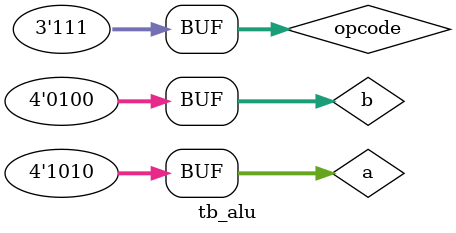
<source format=v>
`include "alu.v"

module tb_alu;
    reg [3:0] a, b;
    reg [2:0] opcode;
    wire [3:0] x;
    alu al(x, a, b, opcode);
    initial begin
        $monitor("%0d\ta b opcode x = %b:%d %b:%d %b %b:%d", $time, a, a, b, b, opcode, x, x);
        #0 a=4'd10; b=4'd4; opcode=3'b000;
        #2 opcode=3'b001;
        #2 opcode=3'b010;
        #2 opcode=3'b011;
        #2 opcode=3'b100;
        #2 opcode=3'b101;
        #2 opcode=3'b110;
        #2 opcode=3'b111;
    end
endmodule
</source>
